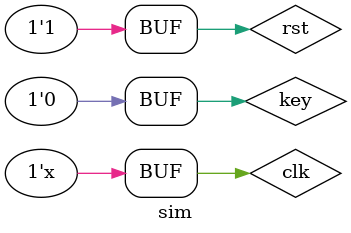
<source format=v>
`timescale 1 ns / 1 ps

module sim();
reg clk;
reg rst;
reg key;
wire [15:0] LED;

GSR GSR_INST (.GSR(1'b1));  
PUR PUR_INST (.PUR(1'b1));	

DDS uut(
	.clk(clk),
	.rst(rst),
	.led(LED),
	.key(key)
);

initial 
begin
	clk = 0;
	rst = 0;
	key = 1;
	
	#100
	rst = 1;
	
	#1000 key = 0;
	#1000 key = 1;
	#1000 key = 0;
end

always begin
	#1 clk = ~clk;
end
	
endmodule
</source>
